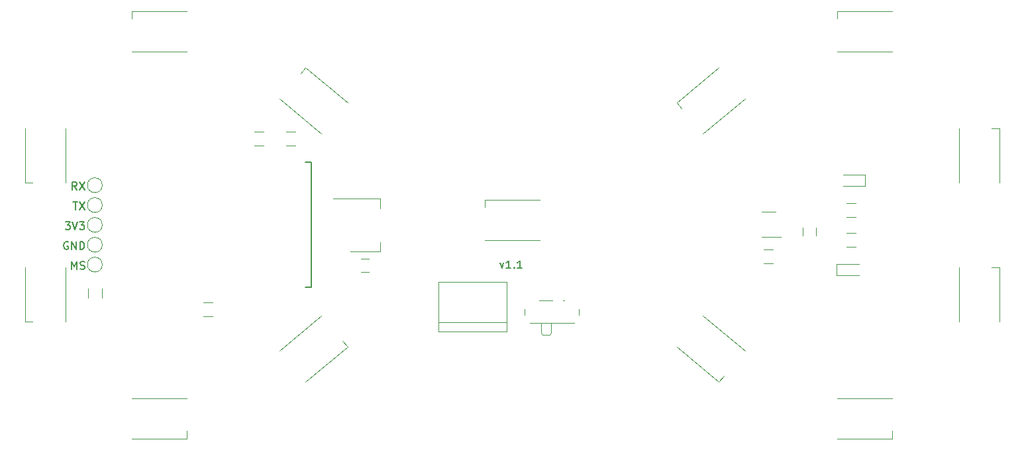
<source format=gto>
G04 #@! TF.GenerationSoftware,KiCad,Pcbnew,7.0.2-0*
G04 #@! TF.CreationDate,2023-07-29T18:05:03-04:00*
G04 #@! TF.ProjectId,glowtie,676c6f77-7469-4652-9e6b-696361645f70,rev?*
G04 #@! TF.SameCoordinates,Original*
G04 #@! TF.FileFunction,Legend,Top*
G04 #@! TF.FilePolarity,Positive*
%FSLAX46Y46*%
G04 Gerber Fmt 4.6, Leading zero omitted, Abs format (unit mm)*
G04 Created by KiCad (PCBNEW 7.0.2-0) date 2023-07-29 18:05:03*
%MOMM*%
%LPD*%
G01*
G04 APERTURE LIST*
%ADD10C,0.150000*%
%ADD11C,0.200000*%
%ADD12C,0.120000*%
%ADD13C,0.152400*%
G04 APERTURE END LIST*
D10*
X20066095Y-38324619D02*
X20637523Y-38324619D01*
X20351809Y-39324619D02*
X20351809Y-38324619D01*
X20875619Y-38324619D02*
X21542285Y-39324619D01*
X21542285Y-38324619D02*
X20875619Y-39324619D01*
D11*
X74644429Y-46150952D02*
X74882524Y-46817619D01*
X74882524Y-46817619D02*
X75120619Y-46150952D01*
X76025381Y-46817619D02*
X75453953Y-46817619D01*
X75739667Y-46817619D02*
X75739667Y-45817619D01*
X75739667Y-45817619D02*
X75644429Y-45960476D01*
X75644429Y-45960476D02*
X75549191Y-46055714D01*
X75549191Y-46055714D02*
X75453953Y-46103333D01*
X76453953Y-46722380D02*
X76501572Y-46770000D01*
X76501572Y-46770000D02*
X76453953Y-46817619D01*
X76453953Y-46817619D02*
X76406334Y-46770000D01*
X76406334Y-46770000D02*
X76453953Y-46722380D01*
X76453953Y-46722380D02*
X76453953Y-46817619D01*
X77453952Y-46817619D02*
X76882524Y-46817619D01*
X77168238Y-46817619D02*
X77168238Y-45817619D01*
X77168238Y-45817619D02*
X77073000Y-45960476D01*
X77073000Y-45960476D02*
X76977762Y-46055714D01*
X76977762Y-46055714D02*
X76882524Y-46103333D01*
D10*
X19081905Y-40864619D02*
X19700952Y-40864619D01*
X19700952Y-40864619D02*
X19367619Y-41245571D01*
X19367619Y-41245571D02*
X19510476Y-41245571D01*
X19510476Y-41245571D02*
X19605714Y-41293190D01*
X19605714Y-41293190D02*
X19653333Y-41340809D01*
X19653333Y-41340809D02*
X19700952Y-41436047D01*
X19700952Y-41436047D02*
X19700952Y-41674142D01*
X19700952Y-41674142D02*
X19653333Y-41769380D01*
X19653333Y-41769380D02*
X19605714Y-41817000D01*
X19605714Y-41817000D02*
X19510476Y-41864619D01*
X19510476Y-41864619D02*
X19224762Y-41864619D01*
X19224762Y-41864619D02*
X19129524Y-41817000D01*
X19129524Y-41817000D02*
X19081905Y-41769380D01*
X19986667Y-40864619D02*
X20320000Y-41864619D01*
X20320000Y-41864619D02*
X20653333Y-40864619D01*
X20891429Y-40864619D02*
X21510476Y-40864619D01*
X21510476Y-40864619D02*
X21177143Y-41245571D01*
X21177143Y-41245571D02*
X21320000Y-41245571D01*
X21320000Y-41245571D02*
X21415238Y-41293190D01*
X21415238Y-41293190D02*
X21462857Y-41340809D01*
X21462857Y-41340809D02*
X21510476Y-41436047D01*
X21510476Y-41436047D02*
X21510476Y-41674142D01*
X21510476Y-41674142D02*
X21462857Y-41769380D01*
X21462857Y-41769380D02*
X21415238Y-41817000D01*
X21415238Y-41817000D02*
X21320000Y-41864619D01*
X21320000Y-41864619D02*
X21034286Y-41864619D01*
X21034286Y-41864619D02*
X20939048Y-41817000D01*
X20939048Y-41817000D02*
X20891429Y-41769380D01*
X19431095Y-43452238D02*
X19335857Y-43404619D01*
X19335857Y-43404619D02*
X19193000Y-43404619D01*
X19193000Y-43404619D02*
X19050143Y-43452238D01*
X19050143Y-43452238D02*
X18954905Y-43547476D01*
X18954905Y-43547476D02*
X18907286Y-43642714D01*
X18907286Y-43642714D02*
X18859667Y-43833190D01*
X18859667Y-43833190D02*
X18859667Y-43976047D01*
X18859667Y-43976047D02*
X18907286Y-44166523D01*
X18907286Y-44166523D02*
X18954905Y-44261761D01*
X18954905Y-44261761D02*
X19050143Y-44357000D01*
X19050143Y-44357000D02*
X19193000Y-44404619D01*
X19193000Y-44404619D02*
X19288238Y-44404619D01*
X19288238Y-44404619D02*
X19431095Y-44357000D01*
X19431095Y-44357000D02*
X19478714Y-44309380D01*
X19478714Y-44309380D02*
X19478714Y-43976047D01*
X19478714Y-43976047D02*
X19288238Y-43976047D01*
X19907286Y-44404619D02*
X19907286Y-43404619D01*
X19907286Y-43404619D02*
X20478714Y-44404619D01*
X20478714Y-44404619D02*
X20478714Y-43404619D01*
X20954905Y-44404619D02*
X20954905Y-43404619D01*
X20954905Y-43404619D02*
X21193000Y-43404619D01*
X21193000Y-43404619D02*
X21335857Y-43452238D01*
X21335857Y-43452238D02*
X21431095Y-43547476D01*
X21431095Y-43547476D02*
X21478714Y-43642714D01*
X21478714Y-43642714D02*
X21526333Y-43833190D01*
X21526333Y-43833190D02*
X21526333Y-43976047D01*
X21526333Y-43976047D02*
X21478714Y-44166523D01*
X21478714Y-44166523D02*
X21431095Y-44261761D01*
X21431095Y-44261761D02*
X21335857Y-44357000D01*
X21335857Y-44357000D02*
X21193000Y-44404619D01*
X21193000Y-44404619D02*
X20954905Y-44404619D01*
X19891476Y-46944619D02*
X19891476Y-45944619D01*
X19891476Y-45944619D02*
X20224809Y-46658904D01*
X20224809Y-46658904D02*
X20558142Y-45944619D01*
X20558142Y-45944619D02*
X20558142Y-46944619D01*
X20986714Y-46897000D02*
X21129571Y-46944619D01*
X21129571Y-46944619D02*
X21367666Y-46944619D01*
X21367666Y-46944619D02*
X21462904Y-46897000D01*
X21462904Y-46897000D02*
X21510523Y-46849380D01*
X21510523Y-46849380D02*
X21558142Y-46754142D01*
X21558142Y-46754142D02*
X21558142Y-46658904D01*
X21558142Y-46658904D02*
X21510523Y-46563666D01*
X21510523Y-46563666D02*
X21462904Y-46516047D01*
X21462904Y-46516047D02*
X21367666Y-46468428D01*
X21367666Y-46468428D02*
X21177190Y-46420809D01*
X21177190Y-46420809D02*
X21081952Y-46373190D01*
X21081952Y-46373190D02*
X21034333Y-46325571D01*
X21034333Y-46325571D02*
X20986714Y-46230333D01*
X20986714Y-46230333D02*
X20986714Y-46135095D01*
X20986714Y-46135095D02*
X21034333Y-46039857D01*
X21034333Y-46039857D02*
X21081952Y-45992238D01*
X21081952Y-45992238D02*
X21177190Y-45944619D01*
X21177190Y-45944619D02*
X21415285Y-45944619D01*
X21415285Y-45944619D02*
X21558142Y-45992238D01*
X20534333Y-36784619D02*
X20201000Y-36308428D01*
X19962905Y-36784619D02*
X19962905Y-35784619D01*
X19962905Y-35784619D02*
X20343857Y-35784619D01*
X20343857Y-35784619D02*
X20439095Y-35832238D01*
X20439095Y-35832238D02*
X20486714Y-35879857D01*
X20486714Y-35879857D02*
X20534333Y-35975095D01*
X20534333Y-35975095D02*
X20534333Y-36117952D01*
X20534333Y-36117952D02*
X20486714Y-36213190D01*
X20486714Y-36213190D02*
X20439095Y-36260809D01*
X20439095Y-36260809D02*
X20343857Y-36308428D01*
X20343857Y-36308428D02*
X19962905Y-36308428D01*
X20867667Y-35784619D02*
X21534333Y-36784619D01*
X21534333Y-35784619D02*
X20867667Y-36784619D01*
D12*
X46447597Y-57408041D02*
X51809908Y-52908528D01*
X49790092Y-61391472D02*
X55152403Y-56891959D01*
X55152403Y-56891959D02*
X54509616Y-56125914D01*
X27615000Y-63440000D02*
X34615000Y-63440000D01*
X27615000Y-68640000D02*
X34615000Y-68640000D01*
X34615000Y-68640000D02*
X34615000Y-67640000D01*
X19110000Y-46665000D02*
X19110000Y-53665000D01*
X13910000Y-46665000D02*
X13910000Y-53665000D01*
X13910000Y-53665000D02*
X14910000Y-53665000D01*
X19110000Y-28885000D02*
X19110000Y-35885000D01*
X13910000Y-28885000D02*
X13910000Y-35885000D01*
X13910000Y-35885000D02*
X14910000Y-35885000D01*
X34615000Y-19110000D02*
X27615000Y-19110000D01*
X34615000Y-13910000D02*
X27615000Y-13910000D01*
X27615000Y-13910000D02*
X27615000Y-14910000D01*
X51809908Y-29641472D02*
X46447597Y-25141959D01*
X55152403Y-25658041D02*
X49790092Y-21158528D01*
X49790092Y-21158528D02*
X49147305Y-21924572D01*
X79700000Y-43240000D02*
X72700000Y-43240000D01*
X79700000Y-38040000D02*
X72700000Y-38040000D01*
X72700000Y-38040000D02*
X72700000Y-39040000D01*
X105952403Y-25141959D02*
X100590092Y-29641472D01*
X102609908Y-21158528D02*
X97247597Y-25658041D01*
X97247597Y-25658041D02*
X97890384Y-26424086D01*
X124785000Y-19110000D02*
X117785000Y-19110000D01*
X124785000Y-13910000D02*
X117785000Y-13910000D01*
X117785000Y-13910000D02*
X117785000Y-14910000D01*
X77830000Y-52000000D02*
X77830000Y-52790000D01*
X78430000Y-53800000D02*
X84130000Y-53800000D01*
X79680000Y-50950000D02*
X81380000Y-50950000D01*
X79880000Y-53800000D02*
X79880000Y-55090000D01*
X79880000Y-55090000D02*
X80080000Y-55300000D01*
X80080000Y-55300000D02*
X80980000Y-55300000D01*
X81180000Y-55090000D02*
X80980000Y-55300000D01*
X81180000Y-55090000D02*
X81180000Y-53800000D01*
X82680000Y-50950000D02*
X82880000Y-50950000D01*
X84730000Y-52790000D02*
X84730000Y-52000000D01*
X133290000Y-35885000D02*
X133290000Y-28885000D01*
X138490000Y-35885000D02*
X138490000Y-28885000D01*
X138490000Y-28885000D02*
X137490000Y-28885000D01*
X133290000Y-53665000D02*
X133290000Y-46665000D01*
X138490000Y-53665000D02*
X138490000Y-46665000D01*
X138490000Y-46665000D02*
X137490000Y-46665000D01*
X117785000Y-63440000D02*
X124785000Y-63440000D01*
X117785000Y-68640000D02*
X124785000Y-68640000D01*
X124785000Y-68640000D02*
X124785000Y-67640000D01*
X100590092Y-52908528D02*
X105952403Y-57408041D01*
X97247597Y-56891959D02*
X102609908Y-61391472D01*
X102609908Y-61391472D02*
X103252695Y-60625428D01*
D13*
X49784000Y-49276000D02*
X50546000Y-49276000D01*
X50546000Y-49276000D02*
X50546000Y-33274000D01*
X50546000Y-33274000D02*
X49784000Y-33274000D01*
D12*
X109866000Y-39601500D02*
X108066000Y-39601500D01*
X108066000Y-42821500D02*
X110516000Y-42821500D01*
X56904000Y-47332000D02*
X57904000Y-47332000D01*
X57904000Y-45632000D02*
X56904000Y-45632000D01*
X113323000Y-41600500D02*
X113323000Y-42600500D01*
X115023000Y-42600500D02*
X115023000Y-41600500D01*
X121307000Y-36260000D02*
X121307000Y-34860000D01*
X121307000Y-36260000D02*
X118507000Y-36260000D01*
X121307000Y-34860000D02*
X118507000Y-34860000D01*
X117707000Y-46290000D02*
X117707000Y-47690000D01*
X117707000Y-46290000D02*
X120507000Y-46290000D01*
X117707000Y-47690000D02*
X120507000Y-47690000D01*
X66770000Y-48547000D02*
X75470000Y-48547000D01*
X66770000Y-54957000D02*
X66770000Y-48547000D01*
X66770000Y-54957000D02*
X75470000Y-54957000D01*
X75470000Y-48547000D02*
X75470000Y-54957000D01*
X75470000Y-53727000D02*
X66770000Y-53727000D01*
X36738000Y-51190000D02*
X37938000Y-51190000D01*
X37938000Y-52950000D02*
X36738000Y-52950000D01*
X108366000Y-44395500D02*
X109566000Y-44395500D01*
X109566000Y-46155500D02*
X108366000Y-46155500D01*
X47279000Y-29346000D02*
X48479000Y-29346000D01*
X48479000Y-31106000D02*
X47279000Y-31106000D01*
X21980000Y-50638000D02*
X21980000Y-49438000D01*
X23740000Y-49438000D02*
X23740000Y-50638000D01*
X43215000Y-29346000D02*
X44415000Y-29346000D01*
X44415000Y-31106000D02*
X43215000Y-31106000D01*
X118907000Y-38490000D02*
X120107000Y-38490000D01*
X120107000Y-40250000D02*
X118907000Y-40250000D01*
X118907000Y-42300000D02*
X120107000Y-42300000D01*
X120107000Y-44060000D02*
X118907000Y-44060000D01*
X23810000Y-36195000D02*
G75*
G03*
X23810000Y-36195000I-950000J0D01*
G01*
X23810000Y-38735000D02*
G75*
G03*
X23810000Y-38735000I-950000J0D01*
G01*
X23810000Y-46355000D02*
G75*
G03*
X23810000Y-46355000I-950000J0D01*
G01*
X23810000Y-41275000D02*
G75*
G03*
X23810000Y-41275000I-950000J0D01*
G01*
X23810000Y-43815000D02*
G75*
G03*
X23810000Y-43815000I-950000J0D01*
G01*
X53300000Y-37890000D02*
X59310000Y-37890000D01*
X55550000Y-44710000D02*
X59310000Y-44710000D01*
X59310000Y-37890000D02*
X59310000Y-39150000D01*
X59310000Y-44710000D02*
X59310000Y-43450000D01*
M02*

</source>
